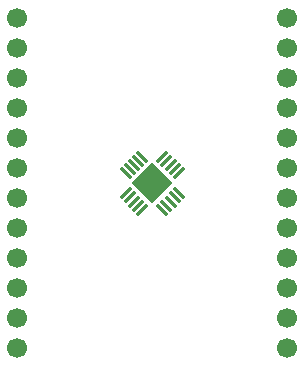
<source format=gts>
G04 #@! TF.GenerationSoftware,KiCad,Pcbnew,9.0.6*
G04 #@! TF.CreationDate,2025-12-31T14:00:50-06:00*
G04 #@! TF.ProjectId,QFN-20_4x4,51464e2d-3230-45f3-9478-342e6b696361,rev?*
G04 #@! TF.SameCoordinates,Original*
G04 #@! TF.FileFunction,Soldermask,Top*
G04 #@! TF.FilePolarity,Negative*
%FSLAX46Y46*%
G04 Gerber Fmt 4.6, Leading zero omitted, Abs format (unit mm)*
G04 Created by KiCad (PCBNEW 9.0.6) date 2025-12-31 14:00:50*
%MOMM*%
%LPD*%
G01*
G04 APERTURE LIST*
G04 Aperture macros list*
%AMRoundRect*
0 Rectangle with rounded corners*
0 $1 Rounding radius*
0 $2 $3 $4 $5 $6 $7 $8 $9 X,Y pos of 4 corners*
0 Add a 4 corners polygon primitive as box body*
4,1,4,$2,$3,$4,$5,$6,$7,$8,$9,$2,$3,0*
0 Add four circle primitives for the rounded corners*
1,1,$1+$1,$2,$3*
1,1,$1+$1,$4,$5*
1,1,$1+$1,$6,$7*
1,1,$1+$1,$8,$9*
0 Add four rect primitives between the rounded corners*
20,1,$1+$1,$2,$3,$4,$5,0*
20,1,$1+$1,$4,$5,$6,$7,0*
20,1,$1+$1,$6,$7,$8,$9,0*
20,1,$1+$1,$8,$9,$2,$3,0*%
%AMRotRect*
0 Rectangle, with rotation*
0 The origin of the aperture is its center*
0 $1 length*
0 $2 width*
0 $3 Rotation angle, in degrees counterclockwise*
0 Add horizontal line*
21,1,$1,$2,0,0,$3*%
G04 Aperture macros list end*
%ADD10C,1.700000*%
%ADD11RoundRect,0.062500X-0.437522X-0.349134X-0.349134X-0.437522X0.437522X0.349134X0.349134X0.437522X0*%
%ADD12RoundRect,0.062500X-0.437522X0.349134X0.349134X-0.437522X0.437522X-0.349134X-0.349134X0.437522X0*%
%ADD13RotRect,2.500000X2.500000X315.000000*%
G04 APERTURE END LIST*
D10*
X149860000Y-106680000D03*
X149860000Y-109220000D03*
X149860000Y-111760000D03*
X149860000Y-114300000D03*
X149860000Y-116840000D03*
X149860000Y-119380000D03*
X149860000Y-121920000D03*
X149860000Y-124460000D03*
X149860000Y-127000000D03*
X149860000Y-129540000D03*
X149860000Y-132080000D03*
X149860000Y-134620000D03*
X127000000Y-106680000D03*
X127000000Y-109220000D03*
X127000000Y-111760000D03*
X127000000Y-114300000D03*
X127000000Y-116840000D03*
X127000000Y-119380000D03*
X127000000Y-121920000D03*
X127000000Y-124460000D03*
X127000000Y-127000000D03*
X127000000Y-129540000D03*
X127000000Y-132080000D03*
X127000000Y-134620000D03*
D11*
X136526822Y-121846071D03*
X137587482Y-122906731D03*
X136173269Y-121492518D03*
X136880376Y-122199624D03*
X137233929Y-122553178D03*
D12*
X136880376Y-119100376D03*
X136526822Y-119453929D03*
X136173269Y-119807482D03*
X137233929Y-118746822D03*
X137587482Y-118393269D03*
X139272518Y-122906731D03*
X139626071Y-122553178D03*
X139979624Y-122199624D03*
X140333178Y-121846071D03*
X140686731Y-121492518D03*
D11*
X140686731Y-119807482D03*
X140333178Y-119453929D03*
X139979624Y-119100376D03*
X139626071Y-118746822D03*
X139272518Y-118393269D03*
D13*
X138430000Y-120650000D03*
M02*

</source>
